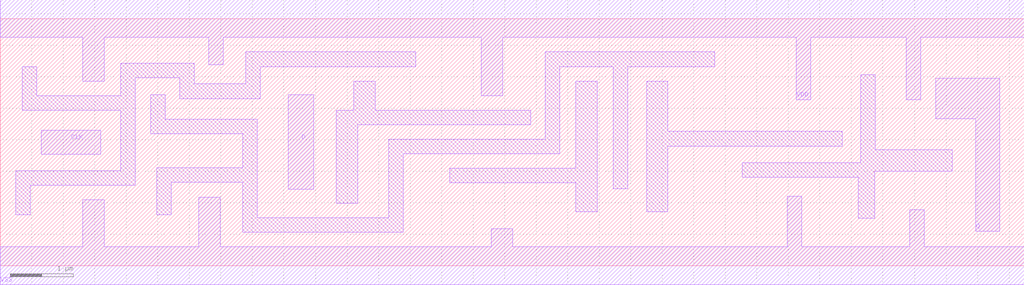
<source format=lef>
# Copyright 2022 GlobalFoundries PDK Authors
#
# Licensed under the Apache License, Version 2.0 (the "License");
# you may not use this file except in compliance with the License.
# You may obtain a copy of the License at
#
#      http://www.apache.org/licenses/LICENSE-2.0
#
# Unless required by applicable law or agreed to in writing, software
# distributed under the License is distributed on an "AS IS" BASIS,
# WITHOUT WARRANTIES OR CONDITIONS OF ANY KIND, either express or implied.
# See the License for the specific language governing permissions and
# limitations under the License.

MACRO gf180mcu_fd_sc_mcu7t5v0__dffq_1
  CLASS core ;
  FOREIGN gf180mcu_fd_sc_mcu7t5v0__dffq_1 0.0 0.0 ;
  ORIGIN 0 0 ;
  SYMMETRY X Y ;
  SITE GF018hv5v_mcu_sc7 ;
  SIZE 16.24 BY 3.92 ;
  PIN D
    DIRECTION INPUT ;
    ANTENNAGATEAREA 0.396 ;
    PORT
      LAYER METAL1 ;
        POLYGON 4.57 1.21 4.975 1.21 4.975 2.71 4.57 2.71  ;
    END
  END D
  PIN CLK
    DIRECTION INPUT ;
    USE clock ;
    ANTENNAGATEAREA 0.6755 ;
    PORT
      LAYER METAL1 ;
        POLYGON 0.65 1.77 1.59 1.77 1.59 2.15 0.65 2.15  ;
    END
  END CLK
  PIN Q
    DIRECTION OUTPUT ;
    ANTENNADIFFAREA 0.8976 ;
    PORT
      LAYER METAL1 ;
        POLYGON 14.835 2.33 15.095 2.33 15.47 2.33 15.47 0.55 15.85 0.55 15.85 2.975 15.095 2.975 14.835 2.975  ;
    END
  END Q
  PIN VDD
    DIRECTION INOUT ;
    USE power ;
    SHAPE ABUTMENT ;
    PORT
      LAYER METAL1 ;
        POLYGON 0 3.62 1.31 3.62 1.31 2.93 1.65 2.93 1.65 3.62 3.305 3.62 3.305 3.185 3.535 3.185 3.535 3.62 6.59 3.62 7.63 3.62 7.63 2.7 7.97 2.7 7.97 3.62 8.41 3.62 11.33 3.62 12.625 3.62 12.625 2.635 12.855 2.635 12.855 3.62 13.35 3.62 14.365 3.62 14.365 2.635 14.595 2.635 14.595 3.62 15.095 3.62 16.24 3.62 16.24 4.22 15.095 4.22 13.35 4.22 11.33 4.22 8.41 4.22 6.59 4.22 0 4.22  ;
    END
  END VDD
  PIN VSS
    DIRECTION INOUT ;
    USE ground ;
    SHAPE ABUTMENT ;
    PORT
      LAYER METAL1 ;
        POLYGON 0 -0.3 16.24 -0.3 16.24 0.3 14.655 0.3 14.655 0.89 14.425 0.89 14.425 0.3 12.715 0.3 12.715 1.105 12.485 1.105 12.485 0.3 8.13 0.3 8.13 0.585 7.79 0.585 7.79 0.3 3.49 0.3 3.49 1.09 3.15 1.09 3.15 0.3 1.65 0.3 1.65 1.05 1.31 1.05 1.31 0.3 0 0.3  ;
    END
  END VSS
  OBS
      LAYER METAL1 ;
        POLYGON 0.345 2.47 1.915 2.47 1.915 1.51 0.245 1.51 0.245 0.81 0.475 0.81 0.475 1.28 2.145 1.28 2.145 2.98 2.845 2.98 2.845 2.65 4.12 2.65 4.12 3.16 6.59 3.16 6.59 3.39 3.89 3.39 3.89 2.885 3.075 2.885 3.075 3.215 1.915 3.215 1.915 2.7 0.575 2.7 0.575 3.155 0.345 3.155  ;
        POLYGON 5.325 0.99 5.67 0.99 5.67 2.24 8.41 2.24 8.41 2.47 5.95 2.47 5.95 2.93 5.61 2.93 5.61 2.47 5.325 2.47  ;
        POLYGON 7.13 1.32 9.13 1.32 9.13 0.86 9.47 0.86 9.47 2.93 9.125 2.93 9.125 1.55 7.13 1.55  ;
        POLYGON 2.385 2.09 3.845 2.09 3.845 1.555 2.485 1.555 2.485 0.81 2.715 0.81 2.715 1.325 3.845 1.325 3.845 0.53 6.395 0.53 6.395 1.78 8.87 1.78 8.87 3.16 9.72 3.16 9.72 1.225 9.95 1.225 9.95 3.16 11.33 3.16 11.33 3.39 8.64 3.39 8.64 2.01 6.165 2.01 6.165 0.76 4.075 0.76 4.075 2.325 2.615 2.325 2.615 2.71 2.385 2.71  ;
        POLYGON 10.25 0.86 10.59 0.86 10.59 1.895 13.35 1.895 13.35 2.13 10.59 2.13 10.59 2.93 10.25 2.93  ;
        POLYGON 11.77 1.4 13.605 1.4 13.605 0.755 13.87 0.755 13.87 1.5 15.095 1.5 15.095 1.84 13.875 1.84 13.875 3.03 13.645 3.03 13.645 1.63 11.77 1.63  ;
  END
END gf180mcu_fd_sc_mcu7t5v0__dffq_1

</source>
